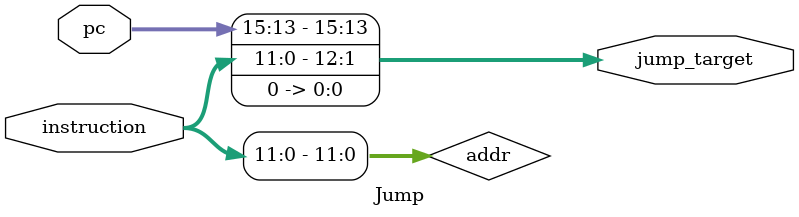
<source format=v>
`timescale 1ns / 1ps

module Jump(
    input  wire [15:0] pc,            // recommend using pc_plus2
    input  wire [15:0] instruction,    // full 16-bit instruction
    output wire [15:0] jump_target
);

wire [11:0] addr = instruction[11:0];

// { pc[15:13], addr, 1'b0 } = pc_high(3 bits) + addr(12 bits) + alignment bit
assign jump_target = { pc[15:13], addr, 1'b0 };

endmodule

</source>
